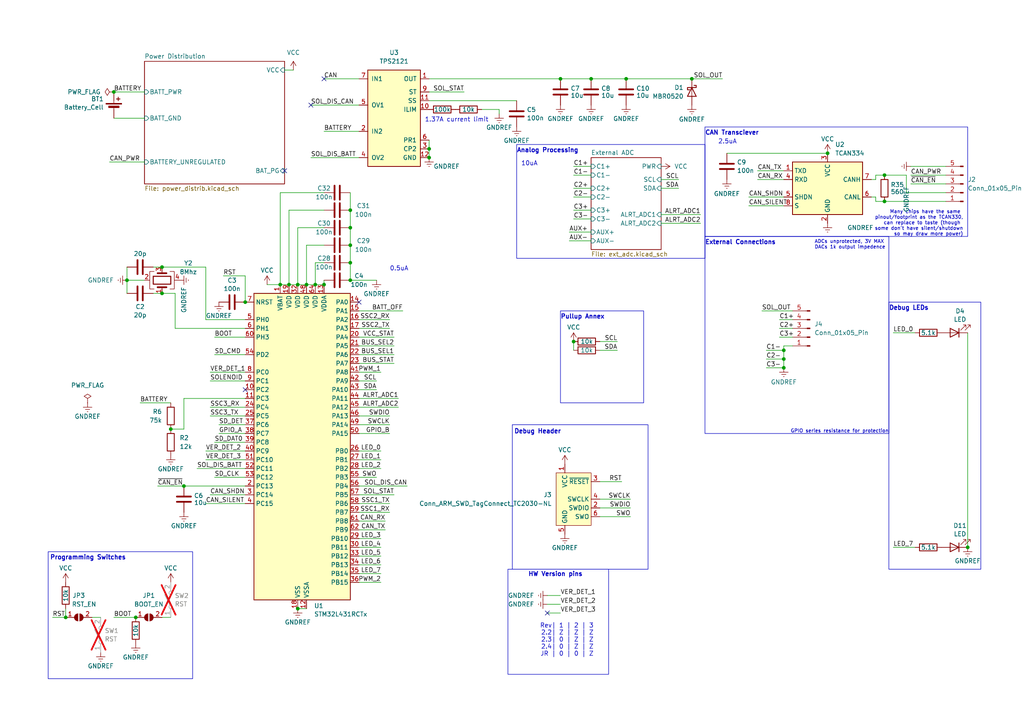
<source format=kicad_sch>
(kicad_sch (version 20250114) (generator "eeschema") (generator_version "9.0")
  (paper "A4")
  (title_block (title "DiveCAN Head") (date "2024-01-08") (rev "2.2 (DRAFT)") (company "Aren Leishman"))
  (lib_symbols
    (symbol "Connector:Conn_01x05_Pin" (pin_names (offset 1.016) (hide yes))
      (property "Reference" "J" (at 0 7.62 0))
      (property "Value" "Conn_01x05_Pin" (at 0 -7.62 0))
      (symbol "Conn_01x05_Pin_1_1"
        (rectangle (start 0.8636 5.207) (end 0 4.953) (stroke (width 0.1524)) (fill (type outline)))
        (rectangle (start 0.8636 2.667) (end 0 2.413) (stroke (width 0.1524)) (fill (type outline)))
        (rectangle (start 0.8636 0.127) (end 0 -0.127) (stroke (width 0.1524)) (fill (type outline)))
        (rectangle (start 0.8636 -2.413) (end 0 -2.667) (stroke (width 0.1524)) (fill (type outline)))
        (rectangle (start 0.8636 -4.953) (end 0 -5.207) (stroke (width 0.1524)) (fill (type outline)))
        (polyline (pts (xy 1.27 5.08) (xy 0.8636 5.08)) (stroke (width 0.1524)))
        (polyline (pts (xy 1.27 2.54) (xy 0.8636 2.54)) (stroke (width 0.1524)))
        (polyline (pts (xy 1.27 0) (xy 0.8636 0)) (stroke (width 0.1524)))
        (polyline (pts (xy 1.27 -2.54) (xy 0.8636 -2.54)) (stroke (width 0.1524)))
        (polyline (pts (xy 1.27 -5.08) (xy 0.8636 -5.08)) (stroke (width 0.1524)))
        (pin passive line (at 5.08 5.08 180) (length 3.81) (name "Pin_1") (number "1"))
        (pin passive line (at 5.08 2.54 180) (length 3.81) (name "Pin_2") (number "2"))
        (pin passive line (at 5.08 0 180) (length 3.81) (name "Pin_3") (number "3"))
        (pin passive line (at 5.08 -2.54 180) (length 3.81) (name "Pin_4") (number "4"))
        (pin passive line (at 5.08 -5.08 180) (length 3.81) (name "Pin_5") (number "5"))
      )
    )
    (symbol "Connector:Conn_ARM_SWD_TagConnect_TC2030-NL" (in_bom no)
      (property "Reference" "J" (at 2.54 11.43 0))
      (property "Value" "Conn_ARM_SWD_TagConnect_TC2030-NL" (at 2.54 8.89 0))
      (symbol "Conn_ARM_SWD_TagConnect_TC2030-NL_0_0"
        (pin power_in line (at -2.54 10.16 270) (length 2.54) (name "VCC") (number "1"))
        (pin power_in line (at -2.54 -10.16 90) (length 2.54) (name "GND") (number "5"))
        (pin open_collector line (at 7.62 5.08 180) (length 2.54) (name "~{RESET}") (number "3"))
        (pin output line (at 7.62 0 180) (length 2.54) (name "SWCLK") (number "4"))
        (pin bidirectional line (at 7.62 -2.54 180) (length 2.54) (name "SWDIO") (number "2"))
        (pin input line (at 7.62 -5.08 180) (length 2.54) (name "SWO") (number "6"))
      )
      (symbol "Conn_ARM_SWD_TagConnect_TC2030-NL_0_1"
        (rectangle (start -5.08 7.62) (end 5.08 -7.62) (fill (type background)))
      )
    )
    (symbol "Device:Crystal_GND24" (pin_names (offset 1.016) (hide yes))
      (property "Reference" "Y" (at 3.175 5.08 0))
      (property "Value" "Crystal_GND24" (at 3.175 3.175 0))
      (symbol "Crystal_GND24_0_1"
        (polyline (pts (xy -2.54 2.286) (xy -2.54 3.556) (xy 2.54 3.556) (xy 2.54 2.286)))
        (polyline (pts (xy -2.54 0) (xy -2.032 0)))
        (polyline (pts (xy -2.54 -2.286) (xy -2.54 -3.556) (xy 2.54 -3.556) (xy 2.54 -2.286)))
        (polyline (pts (xy -2.032 -1.27) (xy -2.032 1.27)) (stroke (width 0.508)))
        (rectangle (start -1.143 2.54) (end 1.143 -2.54) (stroke (width 0.3048)))
        (polyline (pts (xy 0 3.556) (xy 0 3.81)))
        (polyline (pts (xy 0 -3.81) (xy 0 -3.556)))
        (polyline (pts (xy 2.032 0) (xy 2.54 0)))
        (polyline (pts (xy 2.032 -1.27) (xy 2.032 1.27)) (stroke (width 0.508)))
      )
      (symbol "Crystal_GND24_1_1"
        (pin passive line (at -3.81 0 0) (length 1.27) (name "1") (number "1"))
        (pin passive line (at 0 5.08 270) (length 1.27) (name "2") (number "2"))
        (pin passive line (at 0 -5.08 90) (length 1.27) (name "4") (number "4"))
        (pin passive line (at 3.81 0 180) (length 1.27) (name "3") (number "3"))
      )
    )
    (symbol "Jumper:SolderJumper_2_Open" (pin_names (offset 0) (hide yes))
      (property "Reference" "JP" (at 0 2.032 0))
      (property "Value" "SolderJumper_2_Open" (at 0 -2.54 0))
      (symbol "SolderJumper_2_Open_0_1"
        (polyline (pts (xy -0.254 1.016) (xy -0.254 -1.016)))
        (arc (start -0.254 -1.016) (mid -1.2656 0) (end -0.254 1.016))
        (arc (start -0.254 -1.016) (mid -1.2656 0) (end -0.254 1.016) (fill (type outline)))
        (arc (start 0.254 1.016) (mid 1.2656 0) (end 0.254 -1.016))
        (arc (start 0.254 1.016) (mid 1.2656 0) (end 0.254 -1.016) (fill (type outline)))
        (polyline (pts (xy 0.254 1.016) (xy 0.254 -1.016)))
      )
      (symbol "SolderJumper_2_Open_1_1"
        (pin passive line (at -3.81 0 0) (length 2.54) (name "A") (number "1"))
        (pin passive line (at 3.81 0 180) (length 2.54) (name "B") (number "2"))
      )
    )
    (symbol "Library:Battery_Cell" (pin_numbers (hide yes)) (pin_names (offset 0) (hide yes))
      (property "Reference" "BT" (at 2.54 2.54 0))
      (property "Value" "Battery_Cell" (at 2.54 0 0))
      (symbol "Battery_Cell_0_1"
        (rectangle (start -2.286 1.778) (end 2.286 1.524) (fill (type outline)))
        (rectangle (start -1.524 1.016) (end 1.524 0.508) (fill (type outline)))
        (polyline (pts (xy 0 1.778) (xy 0 2.54)))
        (polyline (pts (xy 0 0.762) (xy 0 0)))
        (polyline (pts (xy 0.762 3.048) (xy 1.778 3.048)) (stroke (width 0.254)))
        (polyline (pts (xy 1.27 3.556) (xy 1.27 2.54)) (stroke (width 0.254)))
      )
      (symbol "Battery_Cell_1_1"
        (pin passive line (at 0 5.08 270) (length 2.54) (name "+") (number "1"))
        (pin passive line (at 0 -2.54 90) (length 2.54) (name "-") (number "2"))
      )
    )
    (symbol "Library:C" (pin_numbers (hide yes)) (pin_names (offset 0.254))
      (property "Reference" "C" (at 0.635 2.54 0))
      (property "Value" "C" (at 0.635 -2.54 0))
      (symbol "C_0_1"
        (polyline (pts (xy -2.032 0.762) (xy 2.032 0.762)) (stroke (width 0.508)))
        (polyline (pts (xy -2.032 -0.762) (xy 2.032 -0.762)) (stroke (width 0.508)))
      )
      (symbol "C_1_1"
        (pin passive line (at 0 3.81 270) (length 2.794) (name "~") (number "1"))
        (pin passive line (at 0 -3.81 90) (length 2.794) (name "~") (number "2"))
      )
    )
    (symbol "Library:LED" (pin_numbers (hide yes)) (pin_names (offset 1.016) (hide yes))
      (property "Reference" "D" (at 0 2.54 0))
      (property "Value" "LED" (at 0 -2.54 0))
      (symbol "LED_0_1"
        (polyline (pts (xy -3.048 -0.762) (xy -4.572 -2.286) (xy -3.81 -2.286) (xy -4.572 -2.286) (xy -4.572 -1.524)))
        (polyline (pts (xy -1.778 -0.762) (xy -3.302 -2.286) (xy -2.54 -2.286) (xy -3.302 -2.286) (xy -3.302 -1.524)))
        (polyline (pts (xy -1.27 0) (xy 1.27 0)))
        (polyline (pts (xy -1.27 -1.27) (xy -1.27 1.27)) (stroke (width 0.254)))
        (polyline (pts (xy 1.27 -1.27) (xy 1.27 1.27) (xy -1.27 0) (xy 1.27 -1.27)) (stroke (width 0.254)))
      )
      (symbol "LED_1_1"
        (pin passive line (at -3.81 0 0) (length 2.54) (name "K") (number "1"))
        (pin passive line (at 3.81 0 180) (length 2.54) (name "A") (number "2"))
      )
    )
    (symbol "Library:MBR0520" (pin_numbers (hide yes)) (pin_names (offset 1.016) (hide yes))
      (property "Reference" "D" (at 0 2.54 0))
      (property "Value" "MBR0520" (at 0 -2.54 0))
      (symbol "MBR0520_0_1"
        (polyline (pts (xy -1.905 0.635) (xy -1.905 1.27) (xy -1.27 1.27) (xy -1.27 -1.27) (xy -0.635 -1.27) (xy -0.635 -0.635)) (stroke (width 0.254)))
        (polyline (pts (xy 1.27 1.27) (xy 1.27 -1.27) (xy -1.27 0) (xy 1.27 1.27)) (stroke (width 0.254)))
        (polyline (pts (xy 1.27 0) (xy -1.27 0)))
      )
      (symbol "MBR0520_1_1"
        (pin passive line (at -3.81 0 0) (length 2.54) (name "K") (number "1"))
        (pin passive line (at 3.81 0 180) (length 2.54) (name "A") (number "2"))
      )
    )
    (symbol "Library:R" (pin_numbers (hide yes)) (pin_names (offset 0))
      (property "Reference" "R" (at 2.032 0 90))
      (property "Value" "R" (at 0 0 90))
      (symbol "R_0_1"
        (rectangle (start -1.016 -2.54) (end 1.016 2.54) (stroke (width 0.254)))
      )
      (symbol "R_1_1"
        (pin passive line (at 0 3.81 270) (length 1.27) (name "~") (number "1"))
        (pin passive line (at 0 -3.81 90) (length 1.27) (name "~") (number "2"))
      )
    )
    (symbol "Library:STM32L431RCTx"
      (property "Reference" "U" (at -12.7 46.99 0))
      (property "Value" "STM32L431RCTx" (at 10.16 46.99 0))
      (symbol "STM32L431RCTx_0_1"
        (rectangle (start -12.7 -43.18) (end 15.24 45.72) (stroke (width 0.254)) (fill (type background)))
      )
      (symbol "STM32L431RCTx_1_1"
        (pin input line (at -15.24 43.18 0) (length 2.54) (name "NRST") (number "7"))
        (pin bidirectional line (at -15.24 38.1 0) (length 2.54) (name "PH0") (number "5"))
        (pin bidirectional line (at -15.24 35.56 0) (length 2.54) (name "PH1") (number "6"))
        (pin bidirectional line (at -15.24 33.02 0) (length 2.54) (name "PH3") (number "60"))
        (pin bidirectional line (at -15.24 27.94 0) (length 2.54) (name "PD2") (number "54"))
        (pin bidirectional line (at -15.24 22.86 0) (length 2.54) (name "PC0") (number "8"))
        (pin bidirectional line (at -15.24 20.32 0) (length 2.54) (name "PC1") (number "9"))
        (pin bidirectional line (at -15.24 17.78 0) (length 2.54) (name "PC2") (number "10"))
        (pin bidirectional line (at -15.24 15.24 0) (length 2.54) (name "PC3") (number "11"))
        (pin bidirectional line (at -15.24 12.7 0) (length 2.54) (name "PC4") (number "24"))
        (pin bidirectional line (at -15.24 10.16 0) (length 2.54) (name "PC5") (number "25"))
        (pin bidirectional line (at -15.24 7.62 0) (length 2.54) (name "PC6") (number "37"))
        (pin bidirectional line (at -15.24 5.08 0) (length 2.54) (name "PC7") (number "38"))
        (pin bidirectional line (at -15.24 2.54 0) (length 2.54) (name "PC8") (number "39"))
        (pin bidirectional line (at -15.24 0 0) (length 2.54) (name "PC9") (number "40"))
        (pin bidirectional line (at -15.24 -2.54 0) (length 2.54) (name "PC10") (number "51"))
        (pin bidirectional line (at -15.24 -5.08 0) (length 2.54) (name "PC11") (number "52"))
        (pin bidirectional line (at -15.24 -7.62 0) (length 2.54) (name "PC12") (number "53"))
        (pin bidirectional line (at -15.24 -10.16 0) (length 2.54) (name "PC13") (number "2"))
        (pin bidirectional line (at -15.24 -12.7 0) (length 2.54) (name "PC14") (number "3"))
        (pin bidirectional line (at -15.24 -15.24 0) (length 2.54) (name "PC15") (number "4"))
        (pin power_in line (at -5.08 48.26 270) (length 2.54) (name "VBAT") (number "1"))
        (pin power_in line (at -2.54 48.26 270) (length 2.54) (name "VDD") (number "19"))
        (pin power_in line (at 0 48.26 270) (length 2.54) (name "VDD") (number "32"))
        (pin power_in line (at 0 -45.72 90) (length 2.54) (name "VSS") (number "18"))
        (pin passive line (at 0 -45.72 90) (length 2.54) (hide yes) (name "VSS") (number "31"))
        (pin passive line (at 0 -45.72 90) (length 2.54) (hide yes) (name "VSS") (number "47"))
        (pin passive line (at 0 -45.72 90) (length 2.54) (hide yes) (name "VSS") (number "63"))
        (pin power_in line (at 2.54 48.26 270) (length 2.54) (name "VDD") (number "48"))
        (pin power_in line (at 2.54 -45.72 90) (length 2.54) (name "VSSA") (number "12"))
        (pin power_in line (at 5.08 48.26 270) (length 2.54) (name "VDD") (number "64"))
        (pin power_in line (at 7.62 48.26 270) (length 2.54) (name "VDDA") (number "13"))
        (pin bidirectional line (at 17.78 43.18 180) (length 2.54) (name "PA0") (number "14"))
        (pin bidirectional line (at 17.78 40.64 180) (length 2.54) (name "PA1") (number "15"))
        (pin bidirectional line (at 17.78 38.1 180) (length 2.54) (name "PA2") (number "16"))
        (pin bidirectional line (at 17.78 35.56 180) (length 2.54) (name "PA3") (number "17"))
        (pin bidirectional line (at 17.78 33.02 180) (length 2.54) (name "PA4") (number "20"))
        (pin bidirectional line (at 17.78 30.48 180) (length 2.54) (name "PA5") (number "21"))
        (pin bidirectional line (at 17.78 27.94 180) (length 2.54) (name "PA6") (number "22"))
        (pin bidirectional line (at 17.78 25.4 180) (length 2.54) (name "PA7") (number "23"))
        (pin bidirectional line (at 17.78 22.86 180) (length 2.54) (name "PA8") (number "41"))
        (pin bidirectional line (at 17.78 20.32 180) (length 2.54) (name "PA9") (number "42"))
        (pin bidirectional line (at 17.78 17.78 180) (length 2.54) (name "PA10") (number "43"))
        (pin bidirectional line (at 17.78 15.24 180) (length 2.54) (name "PA11") (number "44"))
        (pin bidirectional line (at 17.78 12.7 180) (length 2.54) (name "PA12") (number "45"))
        (pin bidirectional line (at 17.78 10.16 180) (length 2.54) (name "PA13") (number "46"))
        (pin bidirectional line (at 17.78 7.62 180) (length 2.54) (name "PA14") (number "49"))
        (pin bidirectional line (at 17.78 5.08 180) (length 2.54) (name "PA15") (number "50"))
        (pin bidirectional line (at 17.78 0 180) (length 2.54) (name "PB0") (number "26"))
        (pin bidirectional line (at 17.78 -2.54 180) (length 2.54) (name "PB1") (number "27"))
        (pin bidirectional line (at 17.78 -5.08 180) (length 2.54) (name "PB2") (number "28"))
        (pin bidirectional line (at 17.78 -7.62 180) (length 2.54) (name "PB3") (number "55"))
        (pin bidirectional line (at 17.78 -10.16 180) (length 2.54) (name "PB4") (number "56"))
        (pin bidirectional line (at 17.78 -12.7 180) (length 2.54) (name "PB5") (number "57"))
        (pin bidirectional line (at 17.78 -15.24 180) (length 2.54) (name "PB6") (number "58"))
        (pin bidirectional line (at 17.78 -17.78 180) (length 2.54) (name "PB7") (number "59"))
        (pin bidirectional line (at 17.78 -20.32 180) (length 2.54) (name "PB8") (number "61"))
        (pin bidirectional line (at 17.78 -22.86 180) (length 2.54) (name "PB9") (number "62"))
        (pin bidirectional line (at 17.78 -25.4 180) (length 2.54) (name "PB10") (number "29"))
        (pin bidirectional line (at 17.78 -27.94 180) (length 2.54) (name "PB11") (number "30"))
        (pin bidirectional line (at 17.78 -30.48 180) (length 2.54) (name "PB12") (number "33"))
        (pin bidirectional line (at 17.78 -33.02 180) (length 2.54) (name "PB13") (number "34"))
        (pin bidirectional line (at 17.78 -35.56 180) (length 2.54) (name "PB14") (number "35"))
        (pin bidirectional line (at 17.78 -38.1 180) (length 2.54) (name "PB15") (number "36"))
      )
    )
    (symbol "Library:TCAN330"
      (property "Reference" "U" (at -10.16 8.89 0))
      (property "Value" "TCAN330" (at 2.54 8.89 0))
      (property "JLC Part #" "C191009" (at 0 0 0))
      (symbol "TCAN330_0_1"
        (rectangle (start -10.16 7.62) (end 10.16 -7.62) (stroke (width 0.254)) (fill (type background)))
      )
      (symbol "TCAN330_1_1"
        (pin input line (at -12.7 5.08 0) (length 2.54) (name "TXD") (number "1"))
        (pin tri_state line (at -12.7 2.54 0) (length 2.54) (name "RXD") (number "4"))
        (pin input line (at -12.7 -2.54 0) (length 2.54) (name "SHDN") (number "5"))
        (pin input line (at -12.7 -5.08 0) (length 2.54) (name "S") (number "8"))
        (pin power_in line (at 0 10.16 270) (length 2.54) (name "VCC") (number "3"))
        (pin power_in line (at 0 -10.16 90) (length 2.54) (name "GND") (number "2"))
        (pin bidirectional line (at 12.7 2.54 180) (length 2.54) (name "CANH") (number "7"))
        (pin bidirectional line (at 12.7 -2.54 180) (length 2.54) (name "CANL") (number "6"))
      )
    )
    (symbol "Project:TPS2121" (pin_names (offset 1.016))
      (property "Reference" "U" (at 0 10.795 0))
      (property "Value" "TPS2121" (at 0 8.89 0))
      (symbol "TPS2121_0_0"
        (pin power_in line (at -10.16 5.08 0) (length 2.54) (name "IN1") (number "7"))
        (pin input line (at -10.16 -2.54 0) (length 2.54) (name "OV1") (number "5"))
        (pin power_in line (at -10.16 -10.16 0) (length 2.54) (name "IN2") (number "2"))
        (pin input line (at -10.16 -17.78 0) (length 2.54) (name "OV2") (number "4"))
        (pin power_out line (at 10.16 5.08 180) (length 2.54) (name "OUT") (number "1"))
        (pin output line (at 10.16 1.27 180) (length 2.54) (name "ST") (number "9"))
        (pin output line (at 10.16 -1.27 180) (length 2.54) (name "SS") (number "11"))
        (pin output line (at 10.16 -3.81 180) (length 2.54) (name "ILIM") (number "10"))
        (pin input line (at 10.16 -12.7 180) (length 2.54) (name "PR1") (number "6"))
        (pin input line (at 10.16 -15.24 180) (length 2.54) (name "CP2") (number "3"))
        (pin power_in line (at 10.16 -17.78 180) (length 2.54) (name "GND") (number "12"))
      )
      (symbol "TPS2121_0_1"
        (rectangle (start -7.62 7.62) (end 7.62 -20.32) (stroke (width 0.254)) (fill (type background)))
      )
      (symbol "TPS2121_1_0"
        (pin power_out line (at 10.16 5.08 180) (length 2.54) (hide yes) (name "OUT") (number "8"))
      )
    )
    (symbol "Switch:SW_SPST" (pin_names (offset 0) (hide yes))
      (property "Reference" "SW" (at 0 3.175 0))
      (property "Value" "SW_SPST" (at 0 -2.54 0))
      (symbol "SW_SPST_0_0"
        (circle (center -2.032 0) (radius 0.508))
        (polyline (pts (xy -1.524 0.254) (xy 1.524 1.778)))
        (circle (center 2.032 0) (radius 0.508))
      )
      (symbol "SW_SPST_1_1"
        (pin passive line (at -5.08 0 0) (length 2.54) (name "A") (number "1"))
        (pin passive line (at 5.08 0 180) (length 2.54) (name "B") (number "2"))
      )
    )
    (symbol "power:GNDREF" (power) (pin_names (offset 0))
      (property "Value" "GNDREF" (at 0 -3.81 0))
      (symbol "GNDREF_0_1"
        (polyline (pts (xy -0.635 -1.905) (xy 0.635 -1.905)))
        (polyline (pts (xy -0.127 -2.54) (xy 0.127 -2.54)))
        (polyline (pts (xy 0 -1.27) (xy 0 0)))
        (polyline (pts (xy 1.27 -1.27) (xy -1.27 -1.27)))
      )
      (symbol "GNDREF_1_1"
        (pin power_in line (at 0 0 270) (length 0) (hide yes) (name "GNDREF") (number "1"))
      )
    )
    (symbol "power:PWR_FLAG" (power) (pin_numbers (hide yes)) (pin_names (offset 0) (hide yes))
      (property "Value" "PWR_FLAG" (at 0 3.81 0))
      (symbol "PWR_FLAG_0_0"
        (pin power_out line (at 0 0 90) (length 0) (name "~") (number "1"))
      )
      (symbol "PWR_FLAG_0_1"
        (polyline (pts (xy 0 0) (xy 0 1.27) (xy -1.016 1.905) (xy 0 2.54) (xy 1.016 1.905) (xy 0 1.27)))
      )
    )
    (symbol "power:VCC" (power) (pin_names (offset 0))
      (property "Value" "VCC" (at 0 3.81 0))
      (symbol "VCC_0_1"
        (polyline (pts (xy -0.762 1.27) (xy 0 2.54)))
        (polyline (pts (xy 0 2.54) (xy 0.762 1.27)))
        (polyline (pts (xy 0 0) (xy 0 2.54)))
      )
      (symbol "VCC_1_1"
        (pin power_in line (at 0 0 90) (length 0) (hide yes) (name "VCC") (number "1"))
      )
    )
  )
  (rectangle (start 204.47 36.83) (end 280.67 68.58))
  (rectangle (start 149.86 41.91) (end 204.47 74.93))
  (rectangle (start 257.81 87.63) (end 284.48 165.1))
  (rectangle (start 204.47 68.58) (end 257.81 125.73))
  (rectangle (start 147.32 165.1) (end 176.53 195.58))
  (rectangle (start 162.56 90.17) (end 186.69 116.84))
  (rectangle (start 148.59 123.19) (end 187.96 165.1))
  (rectangle (start 13.97 160.02) (end 55.88 196.85))
  (text "10uA" (at 151.13 48.26 0) (effects (font (size 1.27 1.27)) (justify left bottom)))
  (text "Many chips have the same \npinout/footprint as the TCAN330,\ncan replace to taste (though \nsome don't have silent/shutdown\nso may draw more power)" (at 279.4 68.58 0) (effects (font (size 1 1)) (justify right bottom)))
  (text "HW Version pins" (at 153.162 167.386 0) (effects (font (size 1.27 1.27) (thickness 0.254) (bold yes)) (justify left bottom)))
  (text "Pullup Annex\n" (at 162.56 92.71 0) (effects (font (size 1.27 1.27) (thickness 0.254) (bold yes)) (justify left bottom)))
  (text "External Connections" (at 204.47 71.12 0) (effects (font (size 1.27 1.27) (thickness 0.254) (bold yes)) (justify left bottom)))
  (text "ADCs unprotected, 3V MAX\nDACs 1k output impedence" (at 236.22 72.39 0) (effects (font (size 1 1)) (justify left bottom)))
  (text "Programming Switches" (at 14.478 162.56 0) (effects (font (size 1.27 1.27) (thickness 0.254) (bold yes)) (justify left bottom)))
  (text "Debug LEDs\n" (at 257.81 90.17 0) (effects (font (size 1.27 1.27) (thickness 0.254) (bold yes)) (justify left bottom)))
  (text "0.5uA" (at 113.03 78.74 0) (effects (font (size 1.27 1.27)) (justify left bottom)))
  (text "GPIO series resistance for protection" (at 257.81 125.73 0) (effects (font (size 1 1)) (justify right bottom)))
  (text "Rev| 1 | 2 | 3\n2.2| Z | Z | Z\n2.3| 0 | Z | Z\n2.4| 0 | Z | Z\nJR | 0 | 0 | Z" (at 172.212 185.674 0) (effects (font (size 1.27 1.27)) (justify right)))
  (text "CAN Transciever" (at 204.47 39.37 0) (effects (font (size 1.27 1.27) (thickness 0.254) (bold yes)) (justify left bottom)))
  (text "Debug Header" (at 149.098 125.984 0) (effects (font (size 1.27 1.27) (thickness 0.254) (bold yes)) (justify left bottom)))
  (text "Analog Processing\n" (at 149.86 44.45 0) (effects (font (size 1.27 1.27) (thickness 0.254) (bold yes)) (justify left bottom)))
  (text "1.37A current limit\n" (at 123.19 35.56 0) (effects (font (size 1.27 1.27)) (justify left bottom)))
  (text "2.5uA\n" (at 208.28 41.91 0) (effects (font (size 1.27 1.27)) (justify left bottom)))
  (junction (at 101.6 60.96))
  (junction (at 101.6 66.04))
  (junction (at 88.9 82.55))
  (junction (at 81.28 82.55))
  (junction (at 227.33 104.14))
  (junction (at 227.33 101.6))
  (junction (at 256.54 58.42))
  (junction (at 91.44 82.55))
  (junction (at 280.67 158.75))
  (junction (at 46.99 77.47))
  (junction (at 240.03 44.45))
  (junction (at 166.37 99.06))
  (junction (at 101.6 81.28))
  (junction (at 53.34 140.97))
  (junction (at 49.53 124.46))
  (junction (at 124.46 45.72))
  (junction (at 93.98 82.55))
  (junction (at 200.66 22.86))
  (junction (at 101.6 71.12))
  (junction (at 162.56 22.86))
  (junction (at 101.6 76.2))
  (junction (at 19.05 179.07))
  (junction (at 39.37 179.07))
  (junction (at 71.12 87.63))
  (junction (at 124.46 43.18))
  (junction (at 171.45 22.86))
  (junction (at 86.36 82.55))
  (junction (at 86.36 176.53))
  (junction (at 256.54 50.8))
  (junction (at 83.82 82.55))
  (junction (at 181.61 22.86))
  (junction (at 36.83 81.28))
  (junction (at 227.33 106.68))
  (junction (at 46.99 85.09))
  (junction (at 33.02 26.67))
  (no_connect (at 93.98 22.86))
  (no_connect (at 90.17 30.48))
  (no_connect (at 82.55 49.53))
  (no_connect (at 104.14 87.63))
  (no_connect (at 71.12 113.03))
  (no_connect (at 158.75 177.8))
  (wire (pts (xy 31.75 46.99) (xy 41.91 46.99)))
  (wire (pts (xy 101.6 76.2) (xy 101.6 81.28)))
  (wire (pts (xy 62.23 138.43) (xy 71.12 138.43)))
  (wire (pts (xy 227.33 104.14) (xy 227.33 101.6)))
  (wire (pts (xy 86.36 82.55) (xy 88.9 82.55)))
  (wire (pts (xy 219.71 52.07) (xy 227.33 52.07)))
  (wire (pts (xy 101.6 60.96) (xy 101.6 66.04)))
  (wire (pts (xy 226.06 97.79) (xy 229.87 97.79)))
  (wire (pts (xy 114.3 143.51) (xy 104.14 143.51)))
  (wire (pts (xy 71.12 92.71) (xy 59.69 92.71)))
  (wire (pts (xy 227.33 104.14) (xy 222.25 104.14)))
  (wire (pts (xy 81.28 55.88) (xy 81.28 82.55)))
  (wire (pts (xy 53.34 115.57) (xy 71.12 115.57)))
  (wire (pts (xy 26.67 179.07) (xy 29.21 179.07)))
  (wire (pts (xy 71.12 87.63) (xy 71.12 80.01)))
  (wire (pts (xy 46.99 77.47) (xy 44.45 77.47)))
  (wire (pts (xy 191.77 54.61) (xy 196.85 54.61)))
  (wire (pts (xy 219.71 49.53) (xy 227.33 49.53)))
  (wire (pts (xy 158.75 172.72) (xy 162.56 172.72)))
  (wire (pts (xy 149.86 29.21) (xy 124.46 29.21)))
  (wire (pts (xy 166.37 57.15) (xy 171.45 57.15)))
  (wire (pts (xy 50.8 85.09) (xy 50.8 95.25)))
  (wire (pts (xy 280.67 96.52) (xy 280.67 158.75)))
  (wire (pts (xy 162.56 22.86) (xy 171.45 22.86)))
  (wire (pts (xy 53.34 124.46) (xy 53.34 115.57)))
  (wire (pts (xy 158.75 177.8) (xy 162.56 177.8)))
  (wire (pts (xy 124.46 22.86) (xy 162.56 22.86)))
  (wire (pts (xy 259.08 96.52) (xy 265.43 96.52)))
  (wire (pts (xy 217.17 57.15) (xy 227.33 57.15)))
  (wire (pts (xy 77.47 82.55) (xy 81.28 82.55)))
  (wire (pts (xy 71.12 125.73) (xy 63.5 125.73)))
  (wire (pts (xy 90.17 45.72) (xy 104.14 45.72)))
  (wire (pts (xy 181.61 22.86) (xy 200.66 22.86)))
  (wire (pts (xy 166.37 99.06) (xy 166.37 101.6)))
  (wire (pts (xy 110.49 161.29) (xy 104.14 161.29)))
  (wire (pts (xy 62.23 97.79) (xy 71.12 97.79)))
  (wire (pts (xy 254 57.15) (xy 254 58.42)))
  (wire (pts (xy 104.14 148.59) (xy 113.03 148.59)))
  (wire (pts (xy 83.82 60.96) (xy 93.98 60.96)))
  (wire (pts (xy 110.49 158.75) (xy 104.14 158.75)))
  (wire (pts (xy 86.36 176.53) (xy 88.9 176.53)))
  (wire (pts (xy 110.49 133.35) (xy 104.14 133.35)))
  (wire (pts (xy 86.36 82.55) (xy 86.36 66.04)))
  (wire (pts (xy 158.75 175.26) (xy 162.56 175.26)))
  (wire (pts (xy 62.23 102.87) (xy 71.12 102.87)))
  (wire (pts (xy 86.36 66.04) (xy 93.98 66.04)))
  (wire (pts (xy 93.98 81.28) (xy 93.98 82.55)))
  (wire (pts (xy 227.33 100.33) (xy 229.87 100.33)))
  (wire (pts (xy 114.3 100.33) (xy 104.14 100.33)))
  (wire (pts (xy 91.44 76.2) (xy 93.98 76.2)))
  (wire (pts (xy 134.62 26.67) (xy 124.46 26.67)))
  (wire (pts (xy 222.25 106.68) (xy 227.33 106.68)))
  (wire (pts (xy 88.9 71.12) (xy 93.98 71.12)))
  (wire (pts (xy 217.17 59.69) (xy 227.33 59.69)))
  (wire (pts (xy 104.14 115.57) (xy 115.57 115.57)))
  (wire (pts (xy 110.49 130.81) (xy 104.14 130.81)))
  (wire (pts (xy 116.84 90.17) (xy 104.14 90.17)))
  (wire (pts (xy 101.6 55.88) (xy 101.6 60.96)))
  (wire (pts (xy 144.78 33.02) (xy 144.78 31.75)))
  (wire (pts (xy 254 52.07) (xy 254 50.8)))
  (wire (pts (xy 81.28 82.55) (xy 83.82 82.55)))
  (wire (pts (xy 166.37 60.96) (xy 171.45 60.96)))
  (wire (pts (xy 36.83 77.47) (xy 36.83 81.28)))
  (wire (pts (xy 82.55 20.32) (xy 85.09 20.32)))
  (wire (pts (xy 15.24 179.07) (xy 19.05 179.07)))
  (wire (pts (xy 173.99 144.78) (xy 182.88 144.78)))
  (wire (pts (xy 264.16 50.8) (xy 274.32 50.8)))
  (wire (pts (xy 93.98 38.1) (xy 104.14 38.1)))
  (wire (pts (xy 40.64 116.84) (xy 49.53 116.84)))
  (wire (pts (xy 104.14 125.73) (xy 113.03 125.73)))
  (wire (pts (xy 88.9 82.55) (xy 91.44 82.55)))
  (wire (pts (xy 64.77 80.01) (xy 71.12 80.01)))
  (wire (pts (xy 83.82 82.55) (xy 83.82 60.96)))
  (wire (pts (xy 62.23 128.27) (xy 71.12 128.27)))
  (wire (pts (xy 256.54 58.42) (xy 274.32 58.42)))
  (wire (pts (xy 91.44 82.55) (xy 91.44 76.2)))
  (wire (pts (xy 104.14 123.19) (xy 113.03 123.19)))
  (wire (pts (xy 59.69 146.05) (xy 71.12 146.05)))
  (wire (pts (xy 227.33 101.6) (xy 227.33 100.33)))
  (wire (pts (xy 104.14 151.13) (xy 111.76 151.13)))
  (wire (pts (xy 104.14 107.95) (xy 110.49 107.95)))
  (wire (pts (xy 104.14 153.67) (xy 111.76 153.67)))
  (wire (pts (xy 46.99 85.09) (xy 50.8 85.09)))
  (wire (pts (xy 33.02 34.29) (xy 41.91 34.29)))
  (wire (pts (xy 104.14 92.71) (xy 113.03 92.71)))
  (wire (pts (xy 124.46 40.64) (xy 124.46 43.18)))
  (wire (pts (xy 59.69 133.35) (xy 71.12 133.35)))
  (wire (pts (xy 166.37 63.5) (xy 171.45 63.5)))
  (wire (pts (xy 254 52.07) (xy 252.73 52.07)))
  (wire (pts (xy 173.99 147.32) (xy 182.88 147.32)))
  (wire (pts (xy 104.14 118.11) (xy 115.57 118.11)))
  (wire (pts (xy 19.05 176.53) (xy 19.05 179.07)))
  (wire (pts (xy 91.44 82.55) (xy 93.98 82.55)))
  (wire (pts (xy 50.8 95.25) (xy 71.12 95.25)))
  (wire (pts (xy 53.34 140.97) (xy 71.12 140.97)))
  (wire (pts (xy 191.77 64.77) (xy 203.2 64.77)))
  (wire (pts (xy 60.96 120.65) (xy 71.12 120.65)))
  (wire (pts (xy 104.14 113.03) (xy 109.22 113.03)))
  (wire (pts (xy 166.37 54.61) (xy 171.45 54.61)))
  (wire (pts (xy 59.69 92.71) (xy 59.69 77.47)))
  (wire (pts (xy 101.6 71.12) (xy 101.6 76.2)))
  (wire (pts (xy 45.72 140.97) (xy 53.34 140.97)))
  (wire (pts (xy 259.08 158.75) (xy 265.43 158.75)))
  (wire (pts (xy 227.33 106.68) (xy 227.33 104.14)))
  (wire (pts (xy 104.14 110.49) (xy 109.22 110.49)))
  (wire (pts (xy 165.1 69.85) (xy 171.45 69.85)))
  (wire (pts (xy 180.34 139.7) (xy 173.99 139.7)))
  (wire (pts (xy 191.77 52.07) (xy 196.85 52.07)))
  (wire (pts (xy 166.37 48.26) (xy 171.45 48.26)))
  (wire (pts (xy 33.02 26.67) (xy 41.91 26.67)))
  (wire (pts (xy 104.14 95.25) (xy 113.03 95.25)))
  (wire (pts (xy 60.96 110.49) (xy 71.12 110.49)))
  (wire (pts (xy 59.69 77.47) (xy 46.99 77.47)))
  (wire (pts (xy 262.89 50.8) (xy 262.89 55.88)))
  (wire (pts (xy 104.14 146.05) (xy 113.03 146.05)))
  (wire (pts (xy 104.14 168.91) (xy 110.49 168.91)))
  (wire (pts (xy 110.49 156.21) (xy 104.14 156.21)))
  (wire (pts (xy 110.49 166.37) (xy 104.14 166.37)))
  (wire (pts (xy 104.14 138.43) (xy 109.22 138.43)))
  (wire (pts (xy 227.33 101.6) (xy 222.25 101.6)))
  (wire (pts (xy 60.96 107.95) (xy 71.12 107.95)))
  (wire (pts (xy 110.49 163.83) (xy 104.14 163.83)))
  (wire (pts (xy 210.82 44.45) (xy 240.03 44.45)))
  (wire (pts (xy 59.69 130.81) (xy 71.12 130.81)))
  (wire (pts (xy 83.82 82.55) (xy 86.36 82.55)))
  (wire (pts (xy 226.06 92.71) (xy 229.87 92.71)))
  (wire (pts (xy 60.96 143.51) (xy 71.12 143.51)))
  (wire (pts (xy 114.3 97.79) (xy 104.14 97.79)))
  (wire (pts (xy 166.37 50.8) (xy 171.45 50.8)))
  (wire (pts (xy 46.99 179.07) (xy 49.53 179.07)))
  (wire (pts (xy 101.6 81.28) (xy 109.22 81.28)))
  (wire (pts (xy 254 50.8) (xy 256.54 50.8)))
  (wire (pts (xy 71.12 123.19) (xy 63.5 123.19)))
  (wire (pts (xy 171.45 22.86) (xy 181.61 22.86)))
  (wire (pts (xy 124.46 43.18) (xy 124.46 45.72)))
  (wire (pts (xy 173.99 101.6) (xy 179.07 101.6)))
  (wire (pts (xy 114.3 102.87) (xy 104.14 102.87)))
  (wire (pts (xy 229.87 90.17) (xy 220.98 90.17)))
  (wire (pts (xy 173.99 99.06) (xy 179.07 99.06)))
  (wire (pts (xy 88.9 82.55) (xy 88.9 71.12)))
  (wire (pts (xy 36.83 81.28) (xy 36.83 85.09)))
  (wire (pts (xy 104.14 140.97) (xy 118.11 140.97)))
  (wire (pts (xy 165.1 67.31) (xy 171.45 67.31)))
  (wire (pts (xy 44.45 85.09) (xy 46.99 85.09)))
  (wire (pts (xy 93.98 55.88) (xy 81.28 55.88)))
  (wire (pts (xy 93.98 22.86) (xy 104.14 22.86)))
  (wire (pts (xy 33.02 179.07) (xy 39.37 179.07)))
  (wire (pts (xy 254 58.42) (xy 256.54 58.42)))
  (wire (pts (xy 200.66 22.86) (xy 209.55 22.86)))
  (wire (pts (xy 57.15 135.89) (xy 71.12 135.89)))
  (wire (pts (xy 191.77 62.23) (xy 203.2 62.23)))
  (wire (pts (xy 226.06 95.25) (xy 229.87 95.25)))
  (wire (pts (xy 49.53 124.46) (xy 53.34 124.46)))
  (wire (pts (xy 36.83 81.28) (xy 41.91 81.28)))
  (wire (pts (xy 60.96 118.11) (xy 71.12 118.11)))
  (wire (pts (xy 101.6 66.04) (xy 101.6 71.12)))
  (wire (pts (xy 110.49 135.89) (xy 104.14 135.89)))
  (wire (pts (xy 264.16 53.34) (xy 274.32 53.34)))
  (wire (pts (xy 104.14 120.65) (xy 113.03 120.65)))
  (wire (pts (xy 256.54 50.8) (xy 262.89 50.8)))
  (wire (pts (xy 144.78 31.75) (xy 139.7 31.75)))
  (wire (pts (xy 264.16 48.26) (xy 274.32 48.26)))
  (wire (pts (xy 262.89 55.88) (xy 274.32 55.88)))
  (wire (pts (xy 254 57.15) (xy 252.73 57.15)))
  (wire (pts (xy 114.3 105.41) (xy 104.14 105.41)))
  (wire (pts (xy 90.17 30.48) (xy 104.14 30.48)))
  (wire (pts (xy 173.99 149.86) (xy 182.88 149.86)))
  (label "CAN_TX" (at 111.76 153.67 180))
  (label "RST" (at 64.77 80.01 0))
  (label "BOOT" (at 33.02 179.07 0))
  (label "GPIO_B" (at 113.03 125.73 180))
  (label "VCC_STAT" (at 114.3 97.79 180))
  (label "SOL_DIS_CAN" (at 118.11 140.97 180))
  (label "CAN_TX" (at 219.71 49.53 0))
  (label "LED_1" (at 110.49 133.35 180))
  (label "SOL_DIS_BATT" (at 90.17 45.72 0))
  (label "BATTERY" (at 33.02 26.67 0))
  (label "BATTERY" (at 40.64 116.84 0))
  (label "PWM_1" (at 110.49 107.95 180))
  (label "C1+" (at 226.06 92.71 0))
  (label "C3+" (at 166.37 60.96 0))
  (label "AUX-" (at 165.1 69.85 0))
  (label "SSC1_TX" (at 113.03 146.05 180))
  (label "SOL_DIS_BATT" (at 57.15 135.89 0))
  (label "SOL_STAT" (at 114.3 143.51 180))
  (label "~{CAN_EN}" (at 45.72 140.97 0))
  (label "VER_DET_1" (at 60.96 107.95 0))
  (label "C1-" (at 166.37 50.8 0))
  (label "ALRT_ADC1" (at 203.2 62.23 180))
  (label "LED_6" (at 110.49 163.83 180))
  (label "CAN" (at 93.98 22.86 0))
  (label "VER_DET_3" (at 162.56 177.8 0))
  (label "VER_DET_2" (at 162.56 175.26 0))
  (label "CAN_SILENT" (at 59.69 146.05 0))
  (label "LED_3" (at 110.49 156.21 180))
  (label "C2-" (at 166.37 57.15 0))
  (label "RST" (at 180.34 139.7 180))
  (label "BATTERY" (at 93.98 38.1 0))
  (label "C3-" (at 222.25 106.68 0))
  (label "SOL_STAT" (at 134.62 26.67 180))
  (label "SDA" (at 196.85 54.61 180))
  (label "CAN_SILENT" (at 217.17 59.69 0))
  (label "SD_DET" (at 63.5 123.19 0))
  (label "SWCLK" (at 113.03 123.19 180))
  (label "VER_DET_3" (at 59.69 133.35 0))
  (label "SWO" (at 182.88 149.86 180))
  (label "ALRT_ADC2" (at 115.57 118.11 180))
  (label "AUX+" (at 165.1 67.31 0))
  (label "C2+" (at 166.37 54.61 0))
  (label "C2+" (at 226.06 95.25 0))
  (label "LED_7" (at 110.49 166.37 180))
  (label "LED_0" (at 259.08 96.52 0))
  (label "SDA" (at 179.07 101.6 180))
  (label "C3-" (at 166.37 63.5 0))
  (label "LED_4" (at 110.49 158.75 180))
  (label "CAN_SHDN" (at 217.17 57.15 0))
  (label "LED_0" (at 110.49 130.81 180))
  (label "SD_CLK" (at 62.23 138.43 0))
  (label "LED_5" (at 110.49 161.29 180))
  (label "RST" (at 15.24 179.07 0))
  (label "ALRT_ADC1" (at 115.57 115.57 180))
  (label "SOLENOID" (at 60.96 110.49 0))
  (label "SWDIO" (at 182.88 147.32 180))
  (label "VER_DET_1" (at 162.56 172.72 0))
  (label "SOL_OUT" (at 209.55 22.86 180))
  (label "SSC1_RX" (at 113.03 148.59 180))
  (label "SCL" (at 196.85 52.07 180))
  (label "VER_DET_2" (at 59.69 130.81 0))
  (label "SCL" (at 109.22 110.49 180))
  (label "BATT_OFF" (at 116.84 90.17 180))
  (label "SSC3_TX" (at 60.96 120.65 0))
  (label "C2-" (at 222.25 104.14 0))
  (label "BUS_SEL1" (at 114.3 102.87 180))
  (label "ALRT_ADC2" (at 203.2 64.77 180))
  (label "GPIO_A" (at 63.5 125.73 0))
  (label "CAN_RX" (at 219.71 52.07 0))
  (label "SWDIO" (at 113.03 120.65 180))
  (label "SCL" (at 179.07 99.06 180))
  (label "BUS_STAT" (at 114.3 105.41 180))
  (label "C3+" (at 226.06 97.79 0))
  (label "BUS_SEL2" (at 114.3 100.33 180))
  (label "SDA" (at 109.22 113.03 180))
  (label "CAN_PWR" (at 31.75 46.99 0))
  (label "C1-" (at 222.25 101.6 0))
  (label "CAN_PWR" (at 264.16 50.8 0))
  (label "CAN_RX" (at 111.76 151.13 180))
  (label "SSC3_RX" (at 60.96 118.11 0))
  (label "SSC2_RX" (at 113.03 92.71 180))
  (label "PWM_2" (at 110.49 168.91 180))
  (label "SD_CMD" (at 62.23 102.87 0))
  (label "C1+" (at 166.37 48.26 0))
  (label "LED_7" (at 259.08 158.75 0))
  (label "SWCLK" (at 182.88 144.78 180))
  (label "SSC2_TX" (at 113.03 95.25 180))
  (label "~{CAN_EN}" (at 264.16 53.34 0))
  (label "SOL_DIS_CAN" (at 90.17 30.48 0))
  (label "CAN_SHDN" (at 60.96 143.51 0))
  (label "LED_2" (at 110.49 135.89 180))
  (label "SWO" (at 109.22 138.43 180))
  (label "SD_DAT0" (at 62.23 128.27 0))
  (label "SOL_OUT" (at 220.98 90.17 0))
  (label "BOOT" (at 62.23 97.79 0))
  (symbol (lib_id "power:GNDREF") (at 163.83 154.94 0) (mirror y) (unit 1)
    (property "Reference" "#PWR017" (effects (hide yes)))
    (property "Value" "GNDREF" (at 163.83 158.885 0))
  )
  (symbol (lib_id "Library:R") (at 128.27 31.75 90) (unit 1)
    (property "Reference" "R3" (effects (hide yes)))
    (property "Value" "100k" (at 128.27 31.75 90))
    (property "Footprint" "Resistor_SMD:R_0402_1005Metric" (effects (hide yes)))
    (property "MPN" "C25741" (effects (hide yes)))
  )
  (symbol (lib_id "power:GNDREF") (at 144.78 33.02 0) (unit 1)
    (property "Reference" "#PWR020" (effects (hide yes)))
    (property "Value" "GNDREF" (at 144.78 36.965 0))
  )
  (symbol (lib_id "Connector:Conn_ARM_SWD_TagConnect_TC2030-NL") (at 166.37 144.78 0) (unit 1) (in_bom no)
    (property "Reference" "J3" (at 160.02 143.5099 0) (effects (justify right)))
    (property "Value" "Conn_ARM_SWD_TagConnect_TC2030-NL" (at 160.02 146.0499 0) (effects (justify right)))
    (property "Footprint" "Connector:Tag-Connect_TC2030-IDC-NL_2x03_P1.27mm_Vertical" (effects (hide yes)))
    (property "Datasheet" "https://www.tag-connect.com/wp-content/uploads/bsk-pdf-manager/TC2030-CTX_1.pdf" (effects (hide yes)))
    (property "Description" "Tag-Connect ARM Cortex SWD JTAG connector, 6 pin, no legs" (effects (hide yes)))
  )
  (symbol (lib_id "power:VCC") (at 191.77 48.26 270) (unit 1)
    (property "Reference" "#PWR025" (effects (hide yes)))
    (property "Value" "VCC" (at 195.58 48.26 90) (effects (justify left)))
  )
  (symbol (lib_id "power:VCC") (at 163.83 134.62 0) (unit 1)
    (property "Reference" "#PWR04" (effects (hide yes)))
    (property "Value" "VCC" (at 163.83 130.4869 0))
  )
  (symbol (lib_id "Library:MBR0520") (at 200.66 26.67 270) (unit 1)
    (property "Reference" "D1" (at 195.58 25.4 90) (effects (justify left)))
    (property "Value" "MBR0520" (at 189.23 27.94 90) (effects (justify left)))
    (property "Footprint" "Diode_SMD:D_SOD-123" (effects (hide yes)))
    (property "Datasheet" "http://www.mccsemi.com/up_pdf/MBR0520~MBR0580(SOD123).pdf" (effects (hide yes)))
    (property "MPN" "C5204745" (effects (hide yes)))
  )
  (symbol (lib_id "power:VCC") (at 49.53 168.91 0) (unit 1)
    (property "Reference" "#PWR06" (effects (hide yes)))
    (property "Value" "VCC" (at 49.53 164.7769 0))
  )
  (symbol (lib_id "Library:R") (at 49.53 120.65 0) (unit 1)
    (property "Reference" "R6" (at 46.99 119.38 0) (effects (justify right)))
    (property "Value" "75k" (at 46.99 121.92 0) (effects (justify right)))
    (property "Footprint" "Resistor_SMD:R_0402_1005Metric" (effects (hide yes)))
    (property "MPN" "C25798" (effects (hide yes)))
  )
  (symbol (lib_id "Project:TPS2121") (at 114.3 27.94 0) (unit 1)
    (property "Reference" "U3" (at 114.3 15.24 0))
    (property "Value" "TPS2121" (at 114.3 17.78 0))
    (property "Footprint" "Package_DFN_QFN:Texas_VQFN-HR-12_2x2.5mm_P0.5mm" (effects (hide yes)))
    (property "Datasheet" "https://www.ti.com/lit/ds/symlink/tps2120.pdf" (effects (hide yes)))
    (property "JLC Part #" "C485916" (effects (hide yes)))
    (property "JlcRotOffset" "0" (effects (hide yes)))
  )
  (symbol (lib_id "power:PWR_FLAG") (at 33.02 26.67 90) (unit 1)
    (property "Reference" "#FLG03" (effects (hide yes)))
    (property "Value" "PWR_FLAG" (at 29.21 26.6699 90) (effects (justify left)))
    (property "Description" "Special symbol for telling ERC where power comes from" (effects (hide yes)))
  )
  (symbol (lib_id "Connector:Conn_01x05_Pin") (at 279.4 53.34 180) (unit 1)
    (property "Reference" "J2" (at 280.67 52.0699 0) (effects (justify right)))
    (property "Value" "Conn_01x05_Pin" (at 280.67 54.6099 0) (effects (justify right)))
    (property "Footprint" "Connector_PinHeader_2.54mm:PinHeader_1x05_P2.54mm_Vertical" (effects (hide yes)))
    (property "Description" "Generic connector, single row, 01x05, script generated" (effects (hide yes)))
  )
  (symbol (lib_id "Device:Crystal_GND24") (at 46.99 81.28 90) (unit 1)
    (property "Reference" "Y2" (at 54.61 76.3268 90))
    (property "Value" "8Mhz" (at 54.61 78.8668 90))
    (property "Footprint" "Crystal:Crystal_SMD_3225-4Pin_3.2x2.5mm" (effects (hide yes)))
    (property "Datasheet" "https://www.lcsc.com/datasheet/lcsc_datasheet_2202231530_HD-7B008000R01_C648987.pdf" (effects (hide yes)))
    (property "Description" "Four pin crystal, GND on pins 2 and 4" (effects (hide yes)))
    (property "MPN" "C648987" (effects (hide yes)))
  )
  (symbol (lib_id "power:GNDREF") (at 39.37 186.69 0) (unit 1)
    (property "Reference" "#PWR07" (effects (hide yes)))
    (property "Value" "GNDREF" (at 39.37 190.635 0))
  )
  (symbol (lib_id "Library:C") (at 97.79 76.2 270) (unit 1)
    (property "Reference" "C28" (at 93.98 74.93 90))
    (property "Value" "100n" (at 93.98 77.47 90))
    (property "Footprint" "Capacitor_SMD:C_0603_1608Metric" (effects (hide yes)))
    (property "MPN" "C14663" (effects (hide yes)))
  )
  (symbol (lib_id "power:GNDREF") (at 171.45 30.48 0) (unit 1)
    (property "Reference" "#PWR027" (effects (hide yes)))
    (property "Value" "GNDREF" (at 171.45 34.425 0))
  )
  (symbol (lib_id "Library:C") (at 40.64 77.47 90) (unit 1)
    (property "Reference" "C1" (effects (hide yes)))
    (property "Value" "20p" (at 40.64 73.5909 90))
    (property "Footprint" "Capacitor_SMD:C_0603_1608Metric" (effects (hide yes)))
    (property "MPN" "C325469" (effects (hide yes)))
  )
  (symbol (lib_id "power:GNDREF") (at 264.16 48.26 270) (unit 1)
    (property "Reference" "#PWR016" (effects (hide yes)))
    (property "Value" "GNDREF" (at 262.89 53.975 0) (effects (justify left)))
  )
  (symbol (lib_id "Library:R") (at 256.54 54.61 0) (unit 1)
    (property "Reference" "R35" (at 258.318 53.586 0) (effects (justify left)))
    (property "Value" "560" (at 258.318 55.634 0) (effects (justify left)))
    (property "Footprint" "Resistor_SMD:R_0402_1005Metric" (effects (hide yes)))
    (property "MPN" "C163460" (effects (hide yes)))
  )
  (symbol (lib_id "Library:C") (at 149.86 33.02 0) (unit 1)
    (property "Reference" "C5" (at 152.781 31.8079 0) (effects (justify left)))
    (property "Value" "100n" (at 152.781 34.2321 0) (effects (justify left)))
    (property "Footprint" "Capacitor_SMD:C_0603_1608Metric" (effects (hide yes)))
    (property "MPN" "C14663" (effects (hide yes)))
  )
  (symbol (lib_id "Library:TCAN330") (at 240.03 54.61 0) (unit 1)
    (property "Reference" "U2" (at 242.2241 41.91 0) (effects (justify left)))
    (property "Value" "TCAN334" (at 242.2241 44.45 0) (effects (justify left)))
    (property "Footprint" "Package_SO:SOIC-8_3.9x4.9mm_P1.27mm" (effects (hide yes)))
    (property "Datasheet" "http://www.ti.com/lit/ds/symlink/tcan337.pdf" (effects (hide yes)))
    (property "MPN" "C2871143" (effects (hide yes)))
    (property "JlcRotOffset" "-90" (effects (hide yes)))
  )
  (symbol (lib_id "power:PWR_FLAG") (at 25.4 116.84 0) (unit 1)
    (property "Reference" "#FLG01" (effects (hide yes)))
    (property "Value" "PWR_FLAG" (at 25.4 111.76 0))
    (property "Description" "Special symbol for telling ERC where power comes from" (effects (hide yes)))
  )
  (symbol (lib_id "power:GNDREF") (at 25.4 116.84 0) (mirror y) (unit 1)
    (property "Reference" "#PWR08" (effects (hide yes)))
    (property "Value" "GNDREF" (at 25.4 120.785 0))
  )
  (symbol (lib_id "power:GNDREF") (at 53.34 148.59 0) (unit 1)
    (property "Reference" "#PWR09" (effects (hide yes)))
    (property "Value" "GNDREF" (at 53.34 152.535 0))
  )
  (symbol (lib_id "Library:LED") (at 276.86 96.52 180) (unit 1)
    (property "Reference" "D4" (at 278.4475 90.2167 0))
    (property "Value" "LED" (at 278.4475 92.6409 0))
    (property "Footprint" "LED_SMD:LED_0805_2012Metric" (effects (hide yes)))
    (property "MPN" "C84256" (effects (hide yes)))
  )
  (symbol (lib_id "power:GNDREF") (at 280.67 158.75 0) (unit 1)
    (property "Reference" "#PWR043" (effects (hide yes)))
    (property "Value" "GNDREF" (at 280.67 162.695 0))
  )
  (symbol (lib_id "Library:R") (at 269.24 96.52 270) (unit 1)
    (property "Reference" "R36" (effects (hide yes)))
    (property "Value" "5.1k" (at 269.24 96.52 90))
    (property "Footprint" "Resistor_SMD:R_0402_1005Metric" (effects (hide yes)))
    (property "MPN" "C25905" (effects (hide yes)))
  )
  (symbol (lib_id "Library:C") (at 181.61 26.67 0) (unit 1)
    (property "Reference" "C10" (at 184.531 25.646 0) (effects (justify left)))
    (property "Value" "10u" (at 184.531 27.694 0) (effects (justify left)))
    (property "Footprint" "Capacitor_SMD:C_0603_1608Metric" (effects (hide yes)))
    (property "MPN" "C96446" (effects (hide yes)))
  )
  (symbol (lib_id "Library:C") (at 97.79 81.28 270) (unit 1)
    (property "Reference" "C4" (at 104.14 80.01 90))
    (property "Value" "100n" (at 104.14 82.55 90))
    (property "Footprint" "Capacitor_SMD:C_0603_1608Metric" (effects (hide yes)))
    (property "MPN" "C14663" (effects (hide yes)))
  )
  (symbol (lib_id "Library:Battery_Cell") (at 33.02 31.75 0) (unit 1) (in_bom no)
    (property "Reference" "BT1" (at 30.099 28.6964 0) (effects (justify right)))
    (property "Value" "Battery_Cell" (at 30.099 31.1206 0) (effects (justify right)))
    (property "Footprint" "Battery:BatteryHolder_Eagle_12BH611-GR" (effects (hide yes)))
  )
  (symbol (lib_id "power:GNDREF") (at 162.56 30.48 0) (unit 1)
    (property "Reference" "#PWR024" (effects (hide yes)))
    (property "Value" "GNDREF" (at 162.56 34.425 0))
  )
  (symbol (lib_id "power:VCC") (at 19.05 168.91 0) (unit 1)
    (property "Reference" "#PWR01" (effects (hide yes)))
    (property "Value" "VCC" (at 19.05 164.7769 0))
  )
  (symbol (lib_id "Library:C") (at 171.45 26.67 0) (unit 1)
    (property "Reference" "C8" (at 174.371 25.646 0) (effects (justify left)))
    (property "Value" "10u" (at 174.371 27.694 0) (effects (justify left)))
    (property "Footprint" "Capacitor_SMD:C_0603_1608Metric" (effects (hide yes)))
    (property "MPN" "C96446" (effects (hide yes)))
  )
  (symbol (lib_id "power:GNDREF") (at 63.5 87.63 0) (unit 1)
    (property "Reference" "#PWR012" (effects (hide yes)))
    (property "Value" "GNDREF" (at 63.5 91.575 0))
  )
  (symbol (lib_id "power:GNDREF") (at 158.75 172.72 270) (mirror x) (unit 1)
    (property "Reference" "#PWR071" (effects (hide yes)))
    (property "Value" "GNDREF" (at 154.94 172.7199 90) (effects (justify right)))
  )
  (symbol (lib_id "power:GNDREF") (at 240.03 64.77 0) (unit 1)
    (property "Reference" "#PWR034" (effects (hide yes)))
    (property "Value" "GNDREF" (at 245.745 66.04 0) (effects (justify left)))
  )
  (symbol (lib_id "Switch:SW_SPST") (at 49.53 173.99 90) (unit 1) (dnp yes)
    (property "Reference" "SW2" (at 50.673 172.7779 90) (effects (justify right)))
    (property "Value" "RST" (at 50.673 175.2021 90) (effects (justify right)))
    (property "Footprint" "Button_Switch_SMD:SW_SPST_EVQPE1" (effects (hide yes)))
    (property "MPN" "C2915176" (effects (hide yes)))
  )
  (symbol (lib_id "Library:C") (at 97.79 71.12 270) (unit 1)
    (property "Reference" "C29" (at 105.41 69.85 90))
    (property "Value" "100n" (at 105.41 72.39 90))
    (property "Footprint" "Capacitor_SMD:C_0603_1608Metric" (effects (hide yes)))
    (property "MPN" "C14663" (effects (hide yes)))
  )
  (symbol (lib_id "Library:R") (at 39.37 182.88 180) (unit 1)
    (property "Reference" "R4" (effects (hide yes)))
    (property "Value" "10k" (at 39.37 182.88 90))
    (property "Footprint" "Resistor_SMD:R_0402_1005Metric" (effects (hide yes)))
    (property "MPN" "C25744" (effects (hide yes)))
  )
  (symbol (lib_id "power:GNDREF") (at 210.82 52.07 0) (unit 1)
    (property "Reference" "#PWR029" (effects (hide yes)))
    (property "Value" "GNDREF" (at 210.82 56.2031 0))
  )
  (symbol (lib_id "power:GNDREF") (at 49.53 132.08 0) (mirror y) (unit 1)
    (property "Reference" "#PWR010" (effects (hide yes)))
    (property "Value" "GNDREF" (at 49.53 136.025 0))
  )
  (symbol (lib_id "Library:C") (at 67.31 87.63 90) (unit 1)
    (property "Reference" "C3" (at 67.31 81.3267 90))
    (property "Value" "100n" (at 67.31 83.7509 90))
    (property "Footprint" "Capacitor_SMD:C_0603_1608Metric" (effects (hide yes)))
    (property "MPN" "C14663" (effects (hide yes)))
  )
  (symbol (lib_id "power:GNDREF") (at 158.75 175.26 270) (mirror x) (unit 1)
    (property "Reference" "#PWR03" (effects (hide yes)))
    (property "Value" "GNDREF" (at 154.94 175.2599 90) (effects (justify right)))
  )
  (symbol (lib_id "power:GNDREF") (at 86.36 176.53 0) (unit 1)
    (property "Reference" "#PWR015" (effects (hide yes)))
    (property "Value" "GNDREF" (at 86.36 180.475 0))
  )
  (symbol (lib_id "power:GNDREF") (at 200.66 30.48 0) (unit 1)
    (property "Reference" "#PWR018" (effects (hide yes)))
    (property "Value" "GNDREF" (at 200.66 34.6131 0))
  )
  (symbol (lib_id "Library:R") (at 19.05 172.72 180) (unit 1)
    (property "Reference" "R1" (effects (hide yes)))
    (property "Value" "10k" (at 19.05 172.72 90))
    (property "Footprint" "Resistor_SMD:R_0402_1005Metric" (effects (hide yes)))
    (property "MPN" "C25744" (effects (hide yes)))
  )
  (symbol (lib_id "Library:C") (at 40.64 85.09 90) (unit 1)
    (property "Reference" "C2" (at 40.64 88.9691 90))
    (property "Value" "20p" (at 40.64 91.3933 90))
    (property "Footprint" "Capacitor_SMD:C_0603_1608Metric" (effects (hide yes)))
    (property "MPN" "C325469" (effects (hide yes)))
  )
  (symbol (lib_id "power:VCC") (at 85.09 20.32 0) (unit 1)
    (property "Reference" "#PWR014" (effects (hide yes)))
    (property "Value" "VCC" (at 85.09 15.24 0))
  )
  (symbol (lib_id "Jumper:SolderJumper_2_Open") (at 22.86 179.07 0) (unit 1) (in_bom no)
    (property "Reference" "JP3" (at 22.86 172.72 0))
    (property "Value" "RST_EN" (at 24.384 175.26 0))
    (property "Footprint" "Jumper:SolderJumper-2_P1.3mm_Open_TrianglePad1.0x1.5mm" (effects (hide yes)))
  )
  (symbol (lib_id "Library:C") (at 97.79 60.96 270) (unit 1)
    (property "Reference" "C31" (at 105.41 59.69 90))
    (property "Value" "100n" (at 105.41 62.23 90))
    (property "Footprint" "Capacitor_SMD:C_0603_1608Metric" (effects (hide yes)))
    (property "MPN" "C14663" (effects (hide yes)))
  )
  (symbol (lib_id "power:GNDREF") (at 181.61 30.48 0) (unit 1)
    (property "Reference" "#PWR028" (effects (hide yes)))
    (property "Value" "GNDREF" (at 181.61 34.425 0))
  )
  (symbol (lib_id "Library:STM32L431RCTx") (at 86.36 130.81 0) (unit 1)
    (property "Reference" "U1" (at 91.0941 175.7101 0) (effects (justify left)))
    (property "Value" "STM32L431RCTx" (at 91.0941 178.1343 0) (effects (justify left)))
    (property "Footprint" "Package_QFP:LQFP-64_10x10mm_P0.5mm" (effects (hide yes)))
    (property "Datasheet" "https://www.st.com/resource/en/datasheet/stm32l431rc.pdf" (effects (hide yes)))
    (property "JLC" "C92468" (effects (hide yes)))
    (property "JlcRotOffset" "-90" (effects (hide yes)))
  )
  (symbol (lib_id "power:GNDREF") (at 149.86 36.83 0) (unit 1)
    (property "Reference" "#PWR021" (effects (hide yes)))
    (property "Value" "GNDREF" (at 149.86 40.775 0))
  )
  (symbol (lib_id "Library:C") (at 97.79 55.88 270) (unit 1)
    (property "Reference" "C32" (at 93.98 54.61 90))
    (property "Value" "100n" (at 93.98 57.15 90))
    (property "Footprint" "Capacitor_SMD:C_0603_1608Metric" (effects (hide yes)))
    (property "MPN" "C14663" (effects (hide yes)))
  )
  (symbol (lib_id "power:GNDREF") (at 124.46 45.72 0) (unit 1)
    (property "Reference" "#PWR019" (effects (hide yes)))
    (property "Value" "GNDREF" (at 129.54 48.26 0))
  )
  (symbol (lib_id "Library:R") (at 135.89 31.75 270) (unit 1)
    (property "Reference" "R5" (effects (hide yes)))
    (property "Value" "10k" (at 135.89 31.75 90))
    (property "Footprint" "Resistor_SMD:R_0402_1005Metric" (effects (hide yes)))
    (property "MPN" "C25744" (effects (hide yes)))
  )
  (symbol (lib_id "Library:R") (at 269.24 158.75 270) (unit 1)
    (property "Reference" "R43" (effects (hide yes)))
    (property "Value" "5.1k" (at 269.24 158.75 90))
    (property "Footprint" "Resistor_SMD:R_0402_1005Metric" (effects (hide yes)))
    (property "MPN" "C25905" (effects (hide yes)))
  )
  (symbol (lib_id "power:VCC") (at 166.37 99.06 0) (unit 1)
    (property "Reference" "#PWR011" (effects (hide yes)))
    (property "Value" "VCC" (at 166.37 94.9269 0))
  )
  (symbol (lib_id "Library:C") (at 210.82 48.26 0) (unit 1)
    (property "Reference" "C9" (at 213.741 47.0479 0) (effects (justify left)))
    (property "Value" "100n" (at 213.741 49.4721 0) (effects (justify left)))
    (property "Footprint" "Capacitor_SMD:C_0603_1608Metric" (effects (hide yes)))
    (property "MPN" "C14663" (effects (hide yes)))
  )
  (symbol (lib_id "Switch:SW_SPST") (at 29.21 184.15 90) (unit 1) (dnp yes)
    (property "Reference" "SW1" (at 30.353 182.9379 90) (effects (justify right)))
    (property "Value" "RST" (at 30.353 185.3621 90) (effects (justify right)))
    (property "Footprint" "Button_Switch_SMD:SW_SPST_EVQPE1" (effects (hide yes)))
    (property "MPN" "C2915176" (effects (hide yes)))
  )
  (symbol (lib_id "Library:R") (at 49.53 128.27 0) (unit 1)
    (property "Reference" "R2" (at 52.07 127 0) (effects (justify left)))
    (property "Value" "12k" (at 52.07 129.54 0) (effects (justify left)))
    (property "Footprint" "Resistor_SMD:R_0402_1005Metric" (effects (hide yes)))
    (property "MPN" "C25752" (effects (hide yes)))
  )
  (symbol (lib_id "Library:R") (at 170.18 101.6 90) (unit 1)
    (property "Reference" "R8" (effects (hide yes)))
    (property "Value" "10k" (at 170.18 101.6 90))
    (property "Footprint" "Resistor_SMD:R_0402_1005Metric" (effects (hide yes)))
    (property "MPN" "C25744" (effects (hide yes)))
  )
  (symbol (lib_id "Connector:Conn_01x05_Pin") (at 234.95 95.25 180) (unit 1)
    (property "Reference" "J4" (at 236.22 93.9799 0) (effects (justify right)))
    (property "Value" "Conn_01x05_Pin" (at 236.22 96.5199 0) (effects (justify right)))
    (property "Footprint" "Connector_PinHeader_2.54mm:PinHeader_1x05_P2.54mm_Vertical" (effects (hide yes)))
    (property "Description" "Generic connector, single row, 01x05, script generated" (effects (hide yes)))
  )
  (symbol (lib_id "power:VCC") (at 77.47 82.55 0) (unit 1)
    (property "Reference" "#PWR05" (effects (hide yes)))
    (property "Value" "VCC" (at 77.47 78.4169 0))
  )
  (symbol (lib_id "Library:LED") (at 276.86 158.75 180) (unit 1)
    (property "Reference" "D11" (at 278.4475 152.4467 0))
    (property "Value" "LED" (at 278.4475 154.8709 0))
    (property "Footprint" "LED_SMD:LED_0805_2012Metric" (effects (hide yes)))
    (property "MPN" "C84256" (effects (hide yes)))
  )
  (symbol (lib_id "Jumper:SolderJumper_2_Open") (at 43.18 179.07 0) (unit 1) (in_bom no)
    (property "Reference" "JP1" (at 43.18 172.72 0))
    (property "Value" "BOOT_EN" (at 43.18 175.26 0))
    (property "Footprint" "Jumper:SolderJumper-2_P1.3mm_Open_TrianglePad1.0x1.5mm" (effects (hide yes)))
  )
  (symbol (lib_id "Library:R") (at 170.18 99.06 90) (unit 1)
    (property "Reference" "R7" (effects (hide yes)))
    (property "Value" "10k" (at 170.18 99.06 90))
    (property "Footprint" "Resistor_SMD:R_0402_1005Metric" (effects (hide yes)))
    (property "MPN" "C25744" (effects (hide yes)))
  )
  (symbol (lib_id "power:GNDREF") (at 36.83 81.28 270) (unit 1)
    (property "Reference" "#PWR022" (effects (hide yes)))
    (property "Value" "GNDREF" (at 33.02 81.2799 90) (effects (justify right)))
  )
  (symbol (lib_id "power:VCC") (at 240.03 44.45 0) (unit 1)
    (property "Reference" "#PWR033" (effects (hide yes)))
    (property "Value" "VCC" (at 240.03 40.3169 0))
  )
  (symbol (lib_id "Library:C") (at 97.79 66.04 270) (unit 1)
    (property "Reference" "C30" (at 93.98 64.77 90))
    (property "Value" "100n" (at 93.98 67.31 90))
    (property "Footprint" "Capacitor_SMD:C_0603_1608Metric" (effects (hide yes)))
    (property "MPN" "C14663" (effects (hide yes)))
  )
  (symbol (lib_id "Library:C") (at 53.34 144.78 0) (unit 1)
    (property "Reference" "C6" (at 56.261 143.756 0) (effects (justify left)))
    (property "Value" "10u" (at 56.261 145.804 0) (effects (justify left)))
    (property "Footprint" "Capacitor_SMD:C_0603_1608Metric" (effects (hide yes)))
    (property "MPN" "C96446" (effects (hide yes)))
  )
  (symbol (lib_id "power:GNDREF") (at 227.33 106.68 0) (unit 1)
    (property "Reference" "#PWR026" (effects (hide yes)))
    (property "Value" "GNDREF" (at 227.33 110.8131 0))
  )
  (symbol (lib_id "Library:C") (at 162.56 26.67 0) (unit 1)
    (property "Reference" "C7" (at 165.481 25.646 0) (effects (justify left)))
    (property "Value" "10u" (at 165.481 27.694 0) (effects (justify left)))
    (property "Footprint" "Capacitor_SMD:C_0603_1608Metric" (effects (hide yes)))
    (property "MPN" "C96446" (effects (hide yes)))
  )
  (symbol (lib_id "power:GNDREF") (at 109.22 81.28 0) (mirror y) (unit 1)
    (property "Reference" "#PWR013" (effects (hide yes)))
    (property "Value" "GNDREF" (at 109.22 85.225 0))
  )
  (symbol (lib_id "power:GNDREF") (at 52.07 81.28 90) (unit 1)
    (property "Reference" "#PWR023" (effects (hide yes)))
    (property "Value" "GNDREF" (at 53.34 83.1849 0) (effects (justify right)))
  )
  (symbol (lib_id "power:GNDREF") (at 29.21 189.23 0) (unit 1)
    (property "Reference" "#PWR02" (effects (hide yes)))
    (property "Value" "GNDREF" (at 29.21 193.175 0))
  )
  (sheet (at 171.45 45.72) (size 20.32 26.67) (stroke (width 0.1524))
    (property "Sheetname" "External ADC" (at 171.45 45.0084 0) (effects (justify left bottom)))
    (property "Sheetfile" "ext_adc.kicad_sch" (at 171.45 72.9746 0) (effects (justify left top)))
    (pin "PWR" input (at 191.77 48.26 0))
    (pin "SCL" input (at 191.77 52.07 0))
    (pin "SDA" input (at 191.77 54.61 0))
    (pin "ALRT_ADC1" input (at 191.77 62.23 0))
    (pin "C2+" input (at 171.45 54.61 180))
    (pin "C2-" input (at 171.45 57.15 180))
    (pin "C1+" input (at 171.45 48.26 180))
    (pin "C1-" input (at 171.45 50.8 180))
    (pin "C3+" input (at 171.45 60.96 180))
    (pin "C3-" input (at 171.45 63.5 180))
    (pin "AUX+" input (at 171.45 67.31 180))
    (pin "AUX-" input (at 171.45 69.85 180))
    (pin "ALRT_ADC2" input (at 191.77 64.77 0))
  )
  (sheet (at 41.91 17.78) (size 40.64 35.56) (stroke (width 0.1524))
    (property "Sheetname" "Power Distribution" (at 41.91 17.0684 0) (effects (justify left bottom)))
    (property "Sheetfile" "power_distrib.kicad_sch" (at 41.91 53.9246 0) (effects (justify left top)))
    (pin "VCC" input (at 82.55 20.32 0))
    (pin "BATT_PWR" input (at 41.91 26.67 180))
    (pin "BATT_GND" input (at 41.91 34.29 180))
    (pin "BAT_PG" input (at 82.55 49.53 0))
    (pin "BATTERY_UNREGULATED" input (at 41.91 46.99 180))
  )
)
</source>
